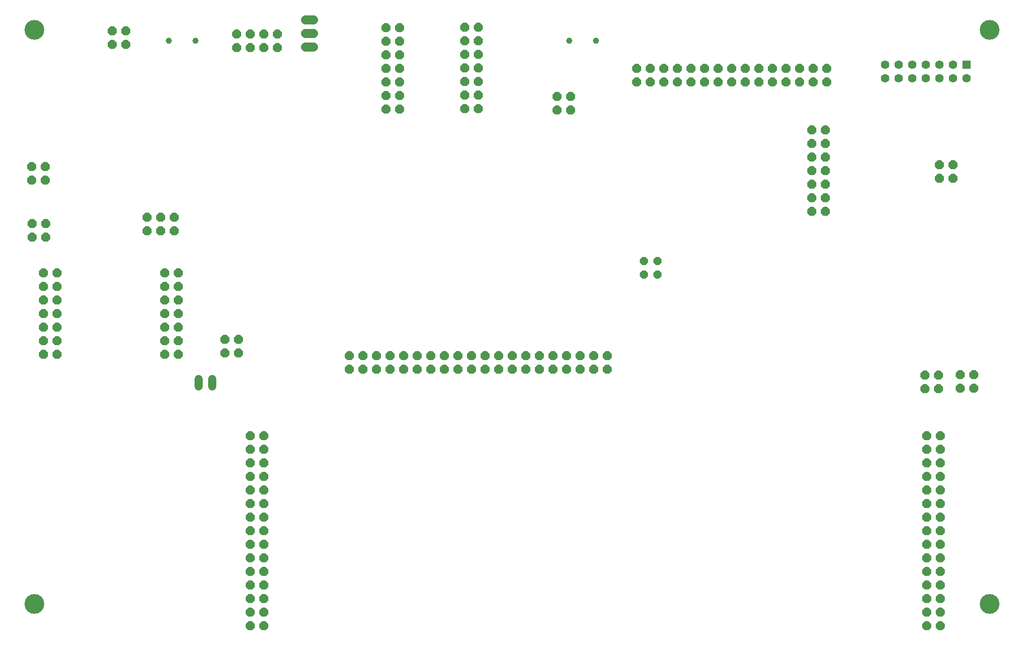
<source format=gbs>
G75*
G70*
%OFA0B0*%
%FSLAX24Y24*%
%IPPOS*%
%LPD*%
%AMOC8*
5,1,8,0,0,1.08239X$1,22.5*
%
%ADD10C,0.1458*%
%ADD11R,0.0630X0.0630*%
%ADD12C,0.0630*%
%ADD13OC8,0.0660*%
%ADD14C,0.0600*%
%ADD15C,0.0460*%
%ADD16OC8,0.0600*%
%ADD17C,0.0660*%
D10*
X001470Y002912D03*
X001470Y045207D03*
X071858Y045207D03*
X071858Y002912D03*
D11*
X070161Y042649D03*
D12*
X069161Y042649D03*
X068161Y042649D03*
X067161Y042649D03*
X066161Y042649D03*
X065161Y042649D03*
X064161Y042649D03*
X064161Y041649D03*
X065161Y041649D03*
X066161Y041649D03*
X067161Y041649D03*
X068161Y041649D03*
X069161Y041649D03*
X070161Y041649D03*
D13*
X069128Y035275D03*
X068128Y035275D03*
X068128Y034275D03*
X069128Y034275D03*
X059732Y033817D03*
X058732Y033817D03*
X058732Y032817D03*
X059732Y032817D03*
X059732Y031817D03*
X058732Y031817D03*
X058732Y034817D03*
X059732Y034817D03*
X059732Y035817D03*
X058732Y035817D03*
X058732Y036817D03*
X059732Y036817D03*
X059732Y037817D03*
X058732Y037817D03*
X058833Y041365D03*
X059833Y041365D03*
X059833Y042365D03*
X058833Y042365D03*
X057833Y042365D03*
X056833Y042365D03*
X055833Y042365D03*
X055833Y041365D03*
X056833Y041365D03*
X057833Y041365D03*
X054833Y041365D03*
X053833Y041365D03*
X052833Y041365D03*
X052833Y042365D03*
X053833Y042365D03*
X054833Y042365D03*
X051833Y042365D03*
X050833Y042365D03*
X050833Y041365D03*
X051833Y041365D03*
X049833Y041365D03*
X048833Y041365D03*
X047833Y041365D03*
X047833Y042365D03*
X048833Y042365D03*
X049833Y042365D03*
X046833Y042365D03*
X045833Y042365D03*
X045833Y041365D03*
X046833Y041365D03*
X040992Y040292D03*
X039992Y040292D03*
X039992Y039292D03*
X040992Y039292D03*
X034174Y039394D03*
X033174Y039394D03*
X033174Y040394D03*
X034174Y040394D03*
X034174Y041394D03*
X033174Y041394D03*
X033174Y042394D03*
X034174Y042394D03*
X034174Y043394D03*
X033174Y043394D03*
X033174Y044394D03*
X034174Y044394D03*
X034174Y045394D03*
X033174Y045394D03*
X028390Y045373D03*
X027390Y045373D03*
X027390Y044373D03*
X028390Y044373D03*
X028390Y043373D03*
X027390Y043373D03*
X027390Y042373D03*
X028390Y042373D03*
X028390Y041373D03*
X027390Y041373D03*
X027390Y040373D03*
X028390Y040373D03*
X028390Y039373D03*
X027390Y039373D03*
X019374Y043899D03*
X018374Y043899D03*
X017374Y043899D03*
X016374Y043899D03*
X016374Y044899D03*
X017374Y044899D03*
X018374Y044899D03*
X019374Y044899D03*
X008210Y045126D03*
X007210Y045126D03*
X007210Y044126D03*
X008210Y044126D03*
X002265Y035122D03*
X002265Y034122D03*
X001265Y034122D03*
X001265Y035122D03*
X001319Y030944D03*
X002319Y030944D03*
X002319Y029944D03*
X001319Y029944D03*
X002128Y027300D03*
X003128Y027300D03*
X003128Y026300D03*
X003128Y025300D03*
X003128Y024300D03*
X003128Y023300D03*
X003128Y022300D03*
X003128Y021300D03*
X002128Y021300D03*
X002128Y022300D03*
X002128Y023300D03*
X002128Y024300D03*
X002128Y025300D03*
X002128Y026300D03*
X009765Y030405D03*
X010765Y030405D03*
X011765Y030405D03*
X011765Y031405D03*
X010765Y031405D03*
X009765Y031405D03*
X011075Y027300D03*
X012075Y027300D03*
X012075Y026300D03*
X011075Y026300D03*
X011075Y025300D03*
X012075Y025300D03*
X012075Y024300D03*
X011075Y024300D03*
X011075Y023300D03*
X012075Y023300D03*
X012075Y022300D03*
X011075Y022300D03*
X011075Y021300D03*
X012075Y021300D03*
X015505Y021396D03*
X016505Y021396D03*
X016505Y022396D03*
X015505Y022396D03*
X024681Y021200D03*
X025681Y021200D03*
X026681Y021200D03*
X027681Y021200D03*
X028681Y021200D03*
X029681Y021200D03*
X030681Y021200D03*
X031681Y021200D03*
X032681Y021200D03*
X033681Y021200D03*
X034681Y021200D03*
X035681Y021200D03*
X036681Y021200D03*
X037681Y021200D03*
X038681Y021200D03*
X039681Y021200D03*
X040681Y021200D03*
X041681Y021200D03*
X042681Y021200D03*
X043681Y021200D03*
X043681Y020200D03*
X042681Y020200D03*
X041681Y020200D03*
X040681Y020200D03*
X039681Y020200D03*
X038681Y020200D03*
X037681Y020200D03*
X036681Y020200D03*
X035681Y020200D03*
X034681Y020200D03*
X033681Y020200D03*
X032681Y020200D03*
X031681Y020200D03*
X030681Y020200D03*
X029681Y020200D03*
X028681Y020200D03*
X027681Y020200D03*
X026681Y020200D03*
X025681Y020200D03*
X024681Y020200D03*
X018376Y015290D03*
X018376Y014290D03*
X018376Y013290D03*
X018376Y012290D03*
X018376Y011290D03*
X017376Y011290D03*
X017376Y012290D03*
X017376Y013290D03*
X017376Y014290D03*
X017376Y015290D03*
X017376Y010290D03*
X017376Y009290D03*
X017376Y008290D03*
X017376Y007290D03*
X017376Y006290D03*
X017376Y005290D03*
X017376Y004290D03*
X017376Y003290D03*
X018376Y003290D03*
X018376Y004290D03*
X018376Y005290D03*
X018376Y006290D03*
X018376Y007290D03*
X018376Y008290D03*
X018376Y009290D03*
X018376Y010290D03*
X018376Y002290D03*
X018376Y001290D03*
X017376Y001290D03*
X017376Y002290D03*
X067204Y002290D03*
X068204Y002290D03*
X068204Y001290D03*
X067204Y001290D03*
X067204Y003290D03*
X068204Y003290D03*
X068204Y004290D03*
X067204Y004290D03*
X067204Y005290D03*
X068204Y005290D03*
X068204Y006290D03*
X067204Y006290D03*
X067204Y007290D03*
X068204Y007290D03*
X068204Y008290D03*
X067204Y008290D03*
X067204Y009290D03*
X068204Y009290D03*
X068204Y010290D03*
X067204Y010290D03*
X067204Y011290D03*
X068204Y011290D03*
X068204Y012290D03*
X067204Y012290D03*
X067204Y013290D03*
X068204Y013290D03*
X068204Y014290D03*
X067204Y014290D03*
X067204Y015290D03*
X068204Y015290D03*
X068070Y018769D03*
X067070Y018769D03*
X067070Y019769D03*
X068070Y019769D03*
X069676Y019785D03*
X070676Y019785D03*
X070676Y018785D03*
X069676Y018785D03*
D14*
X014570Y018937D02*
X014570Y019477D01*
X013570Y019477D02*
X013570Y018937D01*
D15*
X013355Y044394D03*
X011387Y044394D03*
X040881Y044394D03*
X042850Y044394D03*
D16*
X046393Y028160D03*
X047393Y028160D03*
X047393Y027160D03*
X046393Y027160D03*
D17*
X022043Y043944D02*
X021443Y043944D01*
X021443Y044944D02*
X022043Y044944D01*
X022043Y045944D02*
X021443Y045944D01*
M02*

</source>
